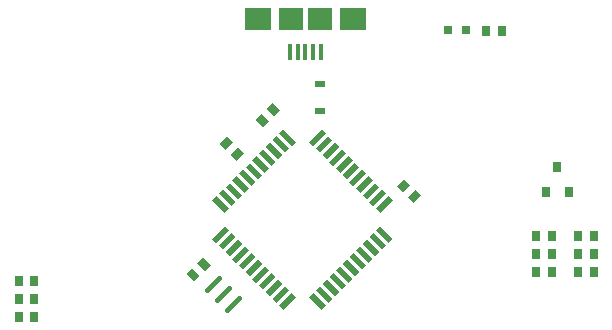
<source format=gtp>
G75*
%MOIN*%
%OFA0B0*%
%FSLAX25Y25*%
%IPPOS*%
%LPD*%
%AMOC8*
5,1,8,0,0,1.08239X$1,22.5*
%
%ADD10R,0.05906X0.01969*%
%ADD11R,0.01969X0.05906*%
%ADD12R,0.02756X0.03543*%
%ADD13C,0.01772*%
%ADD14R,0.01575X0.05512*%
%ADD15R,0.07874X0.07480*%
%ADD16R,0.08661X0.07480*%
%ADD17R,0.03268X0.02480*%
%ADD18R,0.03150X0.03543*%
%ADD19R,0.03150X0.03150*%
D10*
G36*
X0118203Y0226435D02*
X0114028Y0230610D01*
X0115419Y0232001D01*
X0119594Y0227826D01*
X0118203Y0226435D01*
G37*
G36*
X0120430Y0228662D02*
X0116255Y0232837D01*
X0117646Y0234228D01*
X0121821Y0230053D01*
X0120430Y0228662D01*
G37*
G36*
X0122657Y0230889D02*
X0118482Y0235064D01*
X0119873Y0236455D01*
X0124048Y0232280D01*
X0122657Y0230889D01*
G37*
G36*
X0124884Y0233116D02*
X0120709Y0237291D01*
X0122100Y0238682D01*
X0126275Y0234507D01*
X0124884Y0233116D01*
G37*
G36*
X0127111Y0235343D02*
X0122936Y0239518D01*
X0124327Y0240909D01*
X0128502Y0236734D01*
X0127111Y0235343D01*
G37*
G36*
X0129339Y0237570D02*
X0125164Y0241745D01*
X0126555Y0243136D01*
X0130730Y0238961D01*
X0129339Y0237570D01*
G37*
G36*
X0131566Y0239798D02*
X0127391Y0243973D01*
X0128782Y0245364D01*
X0132957Y0241189D01*
X0131566Y0239798D01*
G37*
G36*
X0133793Y0242025D02*
X0129618Y0246200D01*
X0131009Y0247591D01*
X0135184Y0243416D01*
X0133793Y0242025D01*
G37*
G36*
X0136020Y0244252D02*
X0131845Y0248427D01*
X0133236Y0249818D01*
X0137411Y0245643D01*
X0136020Y0244252D01*
G37*
G36*
X0138247Y0246479D02*
X0134072Y0250654D01*
X0135463Y0252045D01*
X0139638Y0247870D01*
X0138247Y0246479D01*
G37*
G36*
X0140474Y0248706D02*
X0136299Y0252881D01*
X0137690Y0254272D01*
X0141865Y0250097D01*
X0140474Y0248706D01*
G37*
G36*
X0108181Y0280999D02*
X0104006Y0285174D01*
X0105397Y0286565D01*
X0109572Y0282390D01*
X0108181Y0280999D01*
G37*
G36*
X0105954Y0278772D02*
X0101779Y0282947D01*
X0103170Y0284338D01*
X0107345Y0280163D01*
X0105954Y0278772D01*
G37*
G36*
X0103727Y0276545D02*
X0099552Y0280720D01*
X0100943Y0282111D01*
X0105118Y0277936D01*
X0103727Y0276545D01*
G37*
G36*
X0101500Y0274318D02*
X0097325Y0278493D01*
X0098716Y0279884D01*
X0102891Y0275709D01*
X0101500Y0274318D01*
G37*
G36*
X0099273Y0272091D02*
X0095098Y0276266D01*
X0096489Y0277657D01*
X0100664Y0273482D01*
X0099273Y0272091D01*
G37*
G36*
X0097045Y0269864D02*
X0092870Y0274039D01*
X0094261Y0275430D01*
X0098436Y0271255D01*
X0097045Y0269864D01*
G37*
G36*
X0094818Y0267636D02*
X0090643Y0271811D01*
X0092034Y0273202D01*
X0096209Y0269027D01*
X0094818Y0267636D01*
G37*
G36*
X0092591Y0265409D02*
X0088416Y0269584D01*
X0089807Y0270975D01*
X0093982Y0266800D01*
X0092591Y0265409D01*
G37*
G36*
X0090364Y0263182D02*
X0086189Y0267357D01*
X0087580Y0268748D01*
X0091755Y0264573D01*
X0090364Y0263182D01*
G37*
G36*
X0088137Y0260955D02*
X0083962Y0265130D01*
X0085353Y0266521D01*
X0089528Y0262346D01*
X0088137Y0260955D01*
G37*
G36*
X0085910Y0258728D02*
X0081735Y0262903D01*
X0083126Y0264294D01*
X0087301Y0260119D01*
X0085910Y0258728D01*
G37*
D11*
G36*
X0083126Y0248706D02*
X0081735Y0250097D01*
X0085910Y0254272D01*
X0087301Y0252881D01*
X0083126Y0248706D01*
G37*
G36*
X0085353Y0246479D02*
X0083962Y0247870D01*
X0088137Y0252045D01*
X0089528Y0250654D01*
X0085353Y0246479D01*
G37*
G36*
X0087580Y0244252D02*
X0086189Y0245643D01*
X0090364Y0249818D01*
X0091755Y0248427D01*
X0087580Y0244252D01*
G37*
G36*
X0089807Y0242025D02*
X0088416Y0243416D01*
X0092591Y0247591D01*
X0093982Y0246200D01*
X0089807Y0242025D01*
G37*
G36*
X0092034Y0239798D02*
X0090643Y0241189D01*
X0094818Y0245364D01*
X0096209Y0243973D01*
X0092034Y0239798D01*
G37*
G36*
X0094261Y0237570D02*
X0092870Y0238961D01*
X0097045Y0243136D01*
X0098436Y0241745D01*
X0094261Y0237570D01*
G37*
G36*
X0096489Y0235343D02*
X0095098Y0236734D01*
X0099273Y0240909D01*
X0100664Y0239518D01*
X0096489Y0235343D01*
G37*
G36*
X0098716Y0233116D02*
X0097325Y0234507D01*
X0101500Y0238682D01*
X0102891Y0237291D01*
X0098716Y0233116D01*
G37*
G36*
X0100943Y0230889D02*
X0099552Y0232280D01*
X0103727Y0236455D01*
X0105118Y0235064D01*
X0100943Y0230889D01*
G37*
G36*
X0103170Y0228662D02*
X0101779Y0230053D01*
X0105954Y0234228D01*
X0107345Y0232837D01*
X0103170Y0228662D01*
G37*
G36*
X0105397Y0226435D02*
X0104006Y0227826D01*
X0108181Y0232001D01*
X0109572Y0230610D01*
X0105397Y0226435D01*
G37*
G36*
X0131009Y0265409D02*
X0129618Y0266800D01*
X0133793Y0270975D01*
X0135184Y0269584D01*
X0131009Y0265409D01*
G37*
G36*
X0133236Y0263182D02*
X0131845Y0264573D01*
X0136020Y0268748D01*
X0137411Y0267357D01*
X0133236Y0263182D01*
G37*
G36*
X0135463Y0260955D02*
X0134072Y0262346D01*
X0138247Y0266521D01*
X0139638Y0265130D01*
X0135463Y0260955D01*
G37*
G36*
X0137690Y0258728D02*
X0136299Y0260119D01*
X0140474Y0264294D01*
X0141865Y0262903D01*
X0137690Y0258728D01*
G37*
G36*
X0128782Y0267636D02*
X0127391Y0269027D01*
X0131566Y0273202D01*
X0132957Y0271811D01*
X0128782Y0267636D01*
G37*
G36*
X0126555Y0269864D02*
X0125164Y0271255D01*
X0129339Y0275430D01*
X0130730Y0274039D01*
X0126555Y0269864D01*
G37*
G36*
X0124327Y0272091D02*
X0122936Y0273482D01*
X0127111Y0277657D01*
X0128502Y0276266D01*
X0124327Y0272091D01*
G37*
G36*
X0122100Y0274318D02*
X0120709Y0275709D01*
X0124884Y0279884D01*
X0126275Y0278493D01*
X0122100Y0274318D01*
G37*
G36*
X0119873Y0276545D02*
X0118482Y0277936D01*
X0122657Y0282111D01*
X0124048Y0280720D01*
X0119873Y0276545D01*
G37*
G36*
X0117646Y0278772D02*
X0116255Y0280163D01*
X0120430Y0284338D01*
X0121821Y0282947D01*
X0117646Y0278772D01*
G37*
G36*
X0115419Y0280999D02*
X0114028Y0282390D01*
X0118203Y0286565D01*
X0119594Y0285174D01*
X0115419Y0280999D01*
G37*
D12*
X0017241Y0224000D03*
X0022359Y0224000D03*
X0022359Y0230000D03*
X0017241Y0230000D03*
X0017241Y0236000D03*
X0022359Y0236000D03*
G36*
X0073178Y0238302D02*
X0075127Y0240251D01*
X0077630Y0237748D01*
X0075681Y0235799D01*
X0073178Y0238302D01*
G37*
G36*
X0076797Y0241921D02*
X0078746Y0243870D01*
X0081249Y0241367D01*
X0079300Y0239418D01*
X0076797Y0241921D01*
G37*
G36*
X0090414Y0280503D02*
X0092363Y0278554D01*
X0089860Y0276051D01*
X0087911Y0278000D01*
X0090414Y0280503D01*
G37*
G36*
X0086795Y0284122D02*
X0088744Y0282173D01*
X0086241Y0279670D01*
X0084292Y0281619D01*
X0086795Y0284122D01*
G37*
G36*
X0100606Y0289193D02*
X0098657Y0287244D01*
X0096154Y0289747D01*
X0098103Y0291696D01*
X0100606Y0289193D01*
G37*
G36*
X0104225Y0292812D02*
X0102276Y0290863D01*
X0099773Y0293366D01*
X0101722Y0295315D01*
X0104225Y0292812D01*
G37*
G36*
X0145213Y0265584D02*
X0143264Y0267533D01*
X0145767Y0270036D01*
X0147716Y0268087D01*
X0145213Y0265584D01*
G37*
G36*
X0148833Y0261964D02*
X0146884Y0263913D01*
X0149387Y0266416D01*
X0151336Y0264467D01*
X0148833Y0261964D01*
G37*
X0173115Y0319390D03*
X0178233Y0319390D03*
X0189741Y0251000D03*
X0194859Y0251000D03*
X0194859Y0245000D03*
X0189741Y0245000D03*
X0189741Y0239000D03*
X0194859Y0239000D03*
X0203741Y0239000D03*
X0203741Y0245000D03*
X0203741Y0251000D03*
X0208859Y0251000D03*
X0208859Y0245000D03*
X0208859Y0239000D03*
D13*
X0090638Y0230275D02*
X0086588Y0226225D01*
X0083247Y0229566D02*
X0087297Y0233616D01*
X0083957Y0236956D02*
X0079907Y0232906D01*
D14*
X0107654Y0312185D03*
X0110213Y0312185D03*
X0112772Y0312185D03*
X0115331Y0312185D03*
X0117891Y0312185D03*
D15*
X0117694Y0323406D03*
X0107851Y0323406D03*
D16*
X0097024Y0323406D03*
X0128520Y0323406D03*
D17*
X0117772Y0301681D03*
X0117772Y0292626D03*
D18*
X0193060Y0265563D03*
X0196800Y0273831D03*
X0200540Y0265563D03*
D19*
X0166328Y0319500D03*
X0160422Y0319500D03*
M02*

</source>
